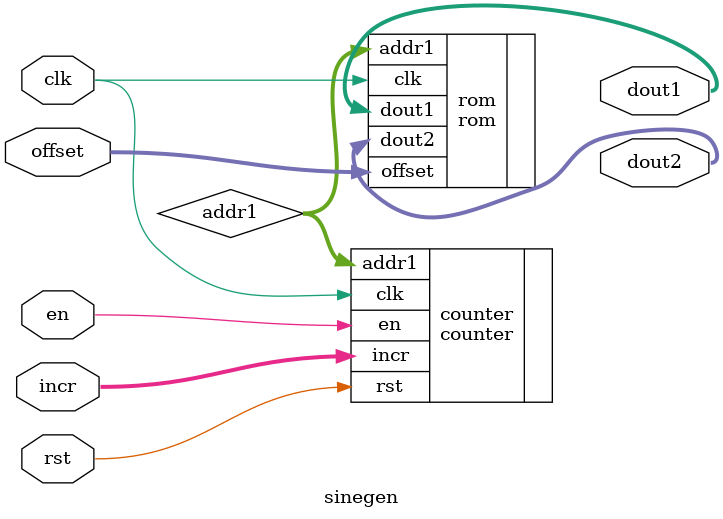
<source format=sv>
module sinegen #(

    parameter   ADDRESS_WIDTH = 8,
                DATA_WIDTH = 8
)(
    
    input logic clk,
    input logic rst,
    input logic en,
    input logic [DATA_WIDTH-1:0] incr,
    input logic [ADDRESS_WIDTH-1:0] offset,
    output logic [DATA_WIDTH-1:0] dout1,
    output logic [DATA_WIDTH-1:0] dout2
);

    logic [ADDRESS_WIDTH-1:0] addr1;

counter counter(

    .clk (clk),
    .rst (rst),
    .en (en),
    .incr (incr),
    .addr1 (addr1),
);

rom rom(

    .clk (clk),
    .addr1 (addr1),
    .offset (offset),
    .dout1 (dout1),
    .dout2 (dout2)
);

endmodule

</source>
